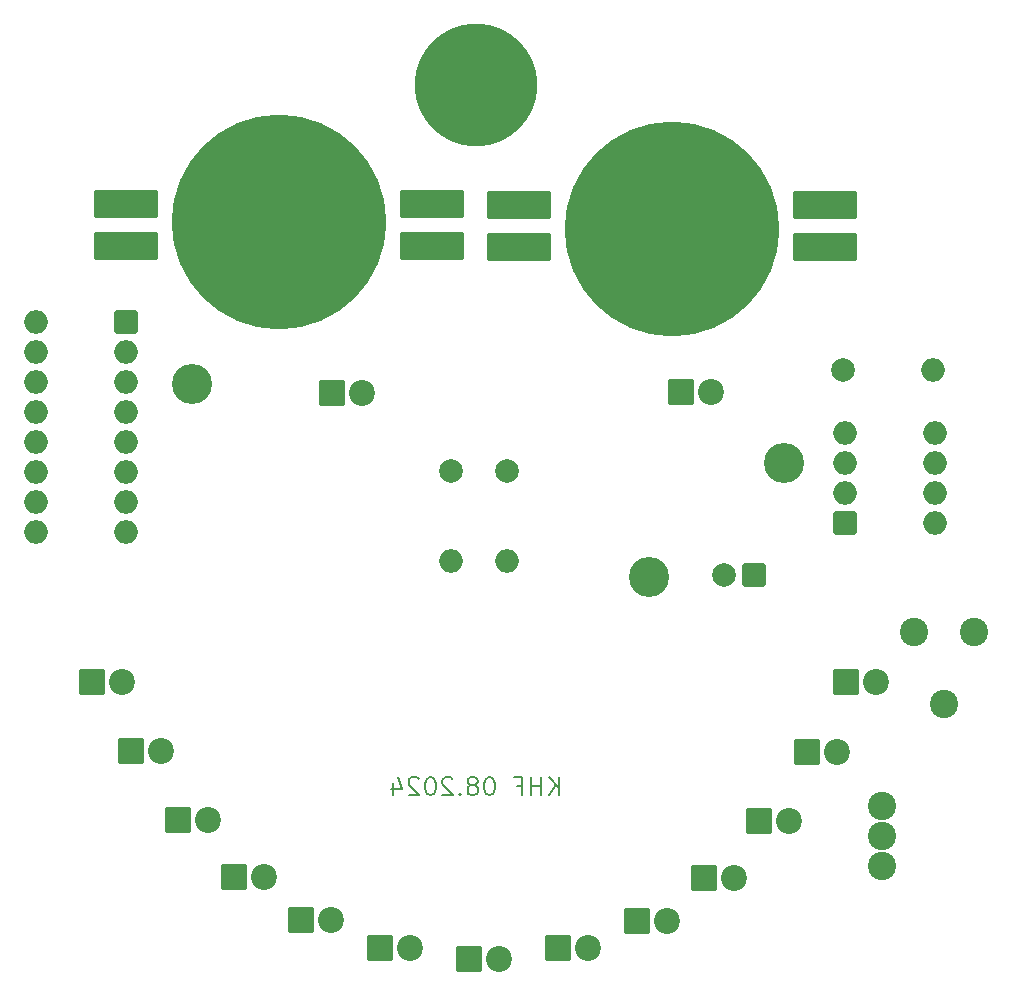
<source format=gbr>
%TF.GenerationSoftware,KiCad,Pcbnew,7.0.8*%
%TF.CreationDate,2024-08-08T21:43:19+02:00*%
%TF.ProjectId,Smiley V8,536d696c-6579-4205-9638-2e6b69636164,rev?*%
%TF.SameCoordinates,Original*%
%TF.FileFunction,Soldermask,Bot*%
%TF.FilePolarity,Negative*%
%FSLAX46Y46*%
G04 Gerber Fmt 4.6, Leading zero omitted, Abs format (unit mm)*
G04 Created by KiCad (PCBNEW 7.0.8) date 2024-08-08 21:43:19*
%MOMM*%
%LPD*%
G01*
G04 APERTURE LIST*
G04 Aperture macros list*
%AMRoundRect*
0 Rectangle with rounded corners*
0 $1 Rounding radius*
0 $2 $3 $4 $5 $6 $7 $8 $9 X,Y pos of 4 corners*
0 Add a 4 corners polygon primitive as box body*
4,1,4,$2,$3,$4,$5,$6,$7,$8,$9,$2,$3,0*
0 Add four circle primitives for the rounded corners*
1,1,$1+$1,$2,$3*
1,1,$1+$1,$4,$5*
1,1,$1+$1,$6,$7*
1,1,$1+$1,$8,$9*
0 Add four rect primitives between the rounded corners*
20,1,$1+$1,$2,$3,$4,$5,0*
20,1,$1+$1,$4,$5,$6,$7,0*
20,1,$1+$1,$6,$7,$8,$9,0*
20,1,$1+$1,$8,$9,$2,$3,0*%
G04 Aperture macros list end*
%ADD10C,0.200000*%
%ADD11RoundRect,0.200000X-0.900000X-0.900000X0.900000X-0.900000X0.900000X0.900000X-0.900000X0.900000X0*%
%ADD12C,2.200000*%
%ADD13C,3.400000*%
%ADD14RoundRect,0.200000X0.800000X0.800000X-0.800000X0.800000X-0.800000X-0.800000X0.800000X-0.800000X0*%
%ADD15C,2.000000*%
%ADD16RoundRect,0.200000X-0.800000X-0.800000X0.800000X-0.800000X0.800000X0.800000X-0.800000X0.800000X0*%
%ADD17O,2.000000X2.000000*%
%ADD18RoundRect,0.200000X2.500000X1.000000X-2.500000X1.000000X-2.500000X-1.000000X2.500000X-1.000000X0*%
%ADD19C,18.180000*%
%ADD20RoundRect,0.200000X-2.500000X-1.000000X2.500000X-1.000000X2.500000X1.000000X-2.500000X1.000000X0*%
%ADD21C,2.400000*%
%ADD22C,10.400000*%
G04 APERTURE END LIST*
D10*
X85411279Y-112806028D02*
X85411279Y-111306028D01*
X84554136Y-112806028D02*
X85196993Y-111948885D01*
X84554136Y-111306028D02*
X85411279Y-112163171D01*
X83911279Y-112806028D02*
X83911279Y-111306028D01*
X83911279Y-112020314D02*
X83054136Y-112020314D01*
X83054136Y-112806028D02*
X83054136Y-111306028D01*
X81839850Y-112020314D02*
X82339850Y-112020314D01*
X82339850Y-112806028D02*
X82339850Y-111306028D01*
X82339850Y-111306028D02*
X81625564Y-111306028D01*
X79625564Y-111306028D02*
X79482707Y-111306028D01*
X79482707Y-111306028D02*
X79339850Y-111377457D01*
X79339850Y-111377457D02*
X79268422Y-111448885D01*
X79268422Y-111448885D02*
X79196993Y-111591742D01*
X79196993Y-111591742D02*
X79125564Y-111877457D01*
X79125564Y-111877457D02*
X79125564Y-112234600D01*
X79125564Y-112234600D02*
X79196993Y-112520314D01*
X79196993Y-112520314D02*
X79268422Y-112663171D01*
X79268422Y-112663171D02*
X79339850Y-112734600D01*
X79339850Y-112734600D02*
X79482707Y-112806028D01*
X79482707Y-112806028D02*
X79625564Y-112806028D01*
X79625564Y-112806028D02*
X79768422Y-112734600D01*
X79768422Y-112734600D02*
X79839850Y-112663171D01*
X79839850Y-112663171D02*
X79911279Y-112520314D01*
X79911279Y-112520314D02*
X79982707Y-112234600D01*
X79982707Y-112234600D02*
X79982707Y-111877457D01*
X79982707Y-111877457D02*
X79911279Y-111591742D01*
X79911279Y-111591742D02*
X79839850Y-111448885D01*
X79839850Y-111448885D02*
X79768422Y-111377457D01*
X79768422Y-111377457D02*
X79625564Y-111306028D01*
X78268422Y-111948885D02*
X78411279Y-111877457D01*
X78411279Y-111877457D02*
X78482708Y-111806028D01*
X78482708Y-111806028D02*
X78554136Y-111663171D01*
X78554136Y-111663171D02*
X78554136Y-111591742D01*
X78554136Y-111591742D02*
X78482708Y-111448885D01*
X78482708Y-111448885D02*
X78411279Y-111377457D01*
X78411279Y-111377457D02*
X78268422Y-111306028D01*
X78268422Y-111306028D02*
X77982708Y-111306028D01*
X77982708Y-111306028D02*
X77839851Y-111377457D01*
X77839851Y-111377457D02*
X77768422Y-111448885D01*
X77768422Y-111448885D02*
X77696993Y-111591742D01*
X77696993Y-111591742D02*
X77696993Y-111663171D01*
X77696993Y-111663171D02*
X77768422Y-111806028D01*
X77768422Y-111806028D02*
X77839851Y-111877457D01*
X77839851Y-111877457D02*
X77982708Y-111948885D01*
X77982708Y-111948885D02*
X78268422Y-111948885D01*
X78268422Y-111948885D02*
X78411279Y-112020314D01*
X78411279Y-112020314D02*
X78482708Y-112091742D01*
X78482708Y-112091742D02*
X78554136Y-112234600D01*
X78554136Y-112234600D02*
X78554136Y-112520314D01*
X78554136Y-112520314D02*
X78482708Y-112663171D01*
X78482708Y-112663171D02*
X78411279Y-112734600D01*
X78411279Y-112734600D02*
X78268422Y-112806028D01*
X78268422Y-112806028D02*
X77982708Y-112806028D01*
X77982708Y-112806028D02*
X77839851Y-112734600D01*
X77839851Y-112734600D02*
X77768422Y-112663171D01*
X77768422Y-112663171D02*
X77696993Y-112520314D01*
X77696993Y-112520314D02*
X77696993Y-112234600D01*
X77696993Y-112234600D02*
X77768422Y-112091742D01*
X77768422Y-112091742D02*
X77839851Y-112020314D01*
X77839851Y-112020314D02*
X77982708Y-111948885D01*
X77054137Y-112663171D02*
X76982708Y-112734600D01*
X76982708Y-112734600D02*
X77054137Y-112806028D01*
X77054137Y-112806028D02*
X77125565Y-112734600D01*
X77125565Y-112734600D02*
X77054137Y-112663171D01*
X77054137Y-112663171D02*
X77054137Y-112806028D01*
X76411279Y-111448885D02*
X76339851Y-111377457D01*
X76339851Y-111377457D02*
X76196994Y-111306028D01*
X76196994Y-111306028D02*
X75839851Y-111306028D01*
X75839851Y-111306028D02*
X75696994Y-111377457D01*
X75696994Y-111377457D02*
X75625565Y-111448885D01*
X75625565Y-111448885D02*
X75554136Y-111591742D01*
X75554136Y-111591742D02*
X75554136Y-111734600D01*
X75554136Y-111734600D02*
X75625565Y-111948885D01*
X75625565Y-111948885D02*
X76482708Y-112806028D01*
X76482708Y-112806028D02*
X75554136Y-112806028D01*
X74625565Y-111306028D02*
X74482708Y-111306028D01*
X74482708Y-111306028D02*
X74339851Y-111377457D01*
X74339851Y-111377457D02*
X74268423Y-111448885D01*
X74268423Y-111448885D02*
X74196994Y-111591742D01*
X74196994Y-111591742D02*
X74125565Y-111877457D01*
X74125565Y-111877457D02*
X74125565Y-112234600D01*
X74125565Y-112234600D02*
X74196994Y-112520314D01*
X74196994Y-112520314D02*
X74268423Y-112663171D01*
X74268423Y-112663171D02*
X74339851Y-112734600D01*
X74339851Y-112734600D02*
X74482708Y-112806028D01*
X74482708Y-112806028D02*
X74625565Y-112806028D01*
X74625565Y-112806028D02*
X74768423Y-112734600D01*
X74768423Y-112734600D02*
X74839851Y-112663171D01*
X74839851Y-112663171D02*
X74911280Y-112520314D01*
X74911280Y-112520314D02*
X74982708Y-112234600D01*
X74982708Y-112234600D02*
X74982708Y-111877457D01*
X74982708Y-111877457D02*
X74911280Y-111591742D01*
X74911280Y-111591742D02*
X74839851Y-111448885D01*
X74839851Y-111448885D02*
X74768423Y-111377457D01*
X74768423Y-111377457D02*
X74625565Y-111306028D01*
X73554137Y-111448885D02*
X73482709Y-111377457D01*
X73482709Y-111377457D02*
X73339852Y-111306028D01*
X73339852Y-111306028D02*
X72982709Y-111306028D01*
X72982709Y-111306028D02*
X72839852Y-111377457D01*
X72839852Y-111377457D02*
X72768423Y-111448885D01*
X72768423Y-111448885D02*
X72696994Y-111591742D01*
X72696994Y-111591742D02*
X72696994Y-111734600D01*
X72696994Y-111734600D02*
X72768423Y-111948885D01*
X72768423Y-111948885D02*
X73625566Y-112806028D01*
X73625566Y-112806028D02*
X72696994Y-112806028D01*
X71411281Y-111806028D02*
X71411281Y-112806028D01*
X71768423Y-111234600D02*
X72125566Y-112306028D01*
X72125566Y-112306028D02*
X71196995Y-112306028D01*
D11*
%TO.C,D3*%
X63600000Y-123400000D03*
D12*
X66140000Y-123400000D03*
%TD*%
D11*
%TO.C,D4*%
X57950000Y-119750000D03*
D12*
X60490000Y-119750000D03*
%TD*%
D11*
%TO.C,D5*%
X53175000Y-114925000D03*
D12*
X55715000Y-114925000D03*
%TD*%
D11*
%TO.C,D33*%
X92000000Y-123450000D03*
D12*
X94540000Y-123450000D03*
%TD*%
D11*
%TO.C,D55*%
X102400000Y-114975000D03*
D12*
X104940000Y-114975000D03*
%TD*%
D11*
%TO.C,D77*%
X109750000Y-103250000D03*
D12*
X112290000Y-103250000D03*
%TD*%
D11*
%TO.C,D66*%
X106475000Y-109125000D03*
D12*
X109015000Y-109125000D03*
%TD*%
D11*
%TO.C,D6*%
X49175000Y-109100000D03*
D12*
X51715000Y-109100000D03*
%TD*%
D11*
%TO.C,D22*%
X85375000Y-125775000D03*
D12*
X87915000Y-125775000D03*
%TD*%
D11*
%TO.C,D7*%
X45925000Y-103200000D03*
D12*
X48465000Y-103200000D03*
%TD*%
D13*
%TO.C,*%
X93025000Y-94350000D03*
%TD*%
%TO.C,*%
X54325000Y-77950000D03*
%TD*%
D11*
%TO.C,D8*%
X66200000Y-78725000D03*
D12*
X68740000Y-78725000D03*
%TD*%
D11*
%TO.C,D2*%
X70265000Y-125750000D03*
D12*
X72805000Y-125750000D03*
%TD*%
D11*
%TO.C,D88*%
X95725000Y-78675000D03*
D12*
X98265000Y-78675000D03*
%TD*%
D11*
%TO.C,D1*%
X77850000Y-126700000D03*
D12*
X80390000Y-126700000D03*
%TD*%
D11*
%TO.C,D44*%
X97675000Y-119800000D03*
D12*
X100215000Y-119800000D03*
%TD*%
D14*
%TO.C,C1*%
X101950000Y-94200000D03*
D15*
X99450000Y-94200000D03*
%TD*%
D16*
%TO.C,U3*%
X109650000Y-89775000D03*
D17*
X109650000Y-87235000D03*
X109650000Y-84695000D03*
X109650000Y-82155000D03*
X117270000Y-82155000D03*
X117270000Y-84695000D03*
X117270000Y-87235000D03*
X117270000Y-89775000D03*
%TD*%
D18*
%TO.C,U2*%
X74669000Y-66331000D03*
X74669000Y-62775000D03*
X48775000Y-66331000D03*
X48775000Y-62775000D03*
D19*
X61715000Y-64299000D03*
%TD*%
D20*
%TO.C,U1*%
X82056000Y-62800000D03*
X82056000Y-66356000D03*
X107950000Y-62800000D03*
X107950000Y-66356000D03*
D19*
X95010000Y-64832000D03*
%TD*%
D21*
%TO.C,S1*%
X112825000Y-113700000D03*
X112825000Y-116240000D03*
X112825000Y-118780000D03*
%TD*%
D15*
%TO.C,R1*%
X109455000Y-76825000D03*
D17*
X117075000Y-76825000D03*
%TD*%
D13*
%TO.C,LP*%
X104500000Y-84700000D03*
%TD*%
D22*
%TO.C,LP*%
X78400000Y-52700000D03*
%TD*%
D21*
%TO.C,R2*%
X120555000Y-99025000D03*
X115475000Y-99025000D03*
X118015000Y-105121000D03*
%TD*%
D15*
%TO.C,R3*%
X76275000Y-85350000D03*
D17*
X76275000Y-92970000D03*
%TD*%
D14*
%TO.C,CD4017*%
X48770000Y-72750000D03*
D17*
X48770000Y-75290000D03*
X48770000Y-77830000D03*
X48770000Y-80370000D03*
X48770000Y-82910000D03*
X48770000Y-85450000D03*
X48770000Y-87990000D03*
X48770000Y-90530000D03*
X41150000Y-90530000D03*
X41150000Y-87990000D03*
X41150000Y-85450000D03*
X41150000Y-82910000D03*
X41150000Y-80370000D03*
X41150000Y-77830000D03*
X41150000Y-75290000D03*
X41150000Y-72750000D03*
%TD*%
D15*
%TO.C,R4*%
X81025000Y-85350000D03*
D17*
X81025000Y-92970000D03*
%TD*%
M02*

</source>
